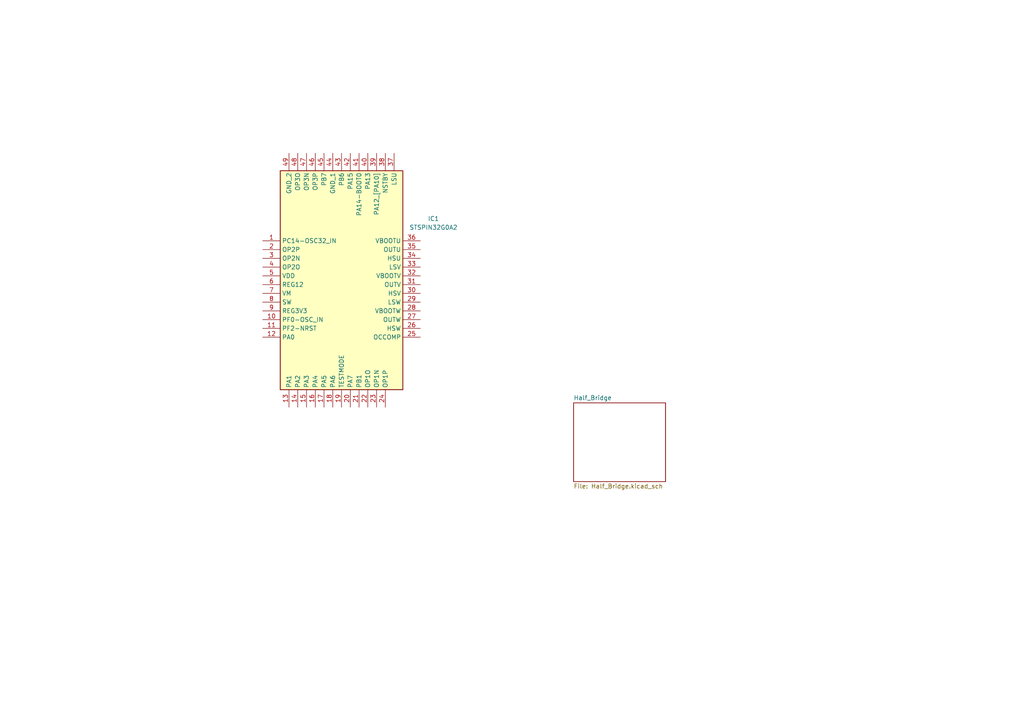
<source format=kicad_sch>
(kicad_sch (version 20250114) (generator "eeschema") (generator_version "9.0")
  (paper "A4")
  (lib_symbols
    (symbol "SamacSys_Parts:STSPIN32G0A2"
      (property "Reference" "IC" (at 41.91 25.4 0))
      (property "Value" "STSPIN32G0A2" (at 41.91 22.86 0))
      (symbol "STSPIN32G0A2_1_1"
        (rectangle (start 5.08 20.32) (end 40.64 -43.18) (stroke (width 0.254)) (fill (type background)))
        (pin passive line (at 0 0 0) (length 5.08) (name "PC14-OSC32_IN") (number "1"))
        (pin passive line (at 0 -2.54 0) (length 5.08) (name "OP2P") (number "2"))
        (pin passive line (at 0 -5.08 0) (length 5.08) (name "OP2N") (number "3"))
        (pin passive line (at 0 -7.62 0) (length 5.08) (name "OP2O") (number "4"))
        (pin passive line (at 0 -10.16 0) (length 5.08) (name "VDD") (number "5"))
        (pin passive line (at 0 -12.7 0) (length 5.08) (name "REG12") (number "6"))
        (pin passive line (at 0 -15.24 0) (length 5.08) (name "VM") (number "7"))
        (pin passive line (at 0 -17.78 0) (length 5.08) (name "SW") (number "8"))
        (pin passive line (at 0 -20.32 0) (length 5.08) (name "REG3V3") (number "9"))
        (pin passive line (at 0 -22.86 0) (length 5.08) (name "PF0-OSC_IN") (number "10"))
        (pin passive line (at 0 -25.4 0) (length 5.08) (name "PF2-NRST") (number "11"))
        (pin passive line (at 0 -27.94 0) (length 5.08) (name "PA0") (number "12"))
        (pin passive line (at 7.62 25.4 270) (length 5.08) (name "GND_2") (number "49"))
        (pin passive line (at 7.62 -48.26 90) (length 5.08) (name "PA1") (number "13"))
        (pin passive line (at 10.16 25.4 270) (length 5.08) (name "OP3O") (number "48"))
        (pin passive line (at 10.16 -48.26 90) (length 5.08) (name "PA2") (number "14"))
        (pin passive line (at 12.7 25.4 270) (length 5.08) (name "OP3N") (number "47"))
        (pin passive line (at 12.7 -48.26 90) (length 5.08) (name "PA3") (number "15"))
        (pin passive line (at 15.24 25.4 270) (length 5.08) (name "OP3P") (number "46"))
        (pin passive line (at 15.24 -48.26 90) (length 5.08) (name "PA4") (number "16"))
        (pin passive line (at 17.78 25.4 270) (length 5.08) (name "PB7") (number "45"))
        (pin passive line (at 17.78 -48.26 90) (length 5.08) (name "PA5") (number "17"))
        (pin passive line (at 20.32 25.4 270) (length 5.08) (name "GND_1") (number "44"))
        (pin passive line (at 20.32 -48.26 90) (length 5.08) (name "PA6") (number "18"))
        (pin passive line (at 22.86 25.4 270) (length 5.08) (name "PB6") (number "43"))
        (pin passive line (at 22.86 -48.26 90) (length 5.08) (name "TESTMODE") (number "19"))
        (pin passive line (at 25.4 25.4 270) (length 5.08) (name "PA15") (number "42"))
        (pin passive line (at 25.4 -48.26 90) (length 5.08) (name "PA7") (number "20"))
        (pin passive line (at 27.94 25.4 270) (length 5.08) (name "PA14-BOOT0") (number "41"))
        (pin passive line (at 27.94 -48.26 90) (length 5.08) (name "PB1") (number "21"))
        (pin passive line (at 30.48 25.4 270) (length 5.08) (name "PA13") (number "40"))
        (pin passive line (at 30.48 -48.26 90) (length 5.08) (name "OP1O") (number "22"))
        (pin passive line (at 33.02 25.4 270) (length 5.08) (name "PA12_[PA10]") (number "39"))
        (pin passive line (at 33.02 -48.26 90) (length 5.08) (name "OP1N") (number "23"))
        (pin passive line (at 35.56 25.4 270) (length 5.08) (name "NSTBY") (number "38"))
        (pin passive line (at 35.56 -48.26 90) (length 5.08) (name "OP1P") (number "24"))
        (pin passive line (at 38.1 25.4 270) (length 5.08) (name "LSU") (number "37"))
        (pin passive line (at 45.72 0 180) (length 5.08) (name "VBOOTU") (number "36"))
        (pin passive line (at 45.72 -2.54 180) (length 5.08) (name "OUTU") (number "35"))
        (pin passive line (at 45.72 -5.08 180) (length 5.08) (name "HSU") (number "34"))
        (pin passive line (at 45.72 -7.62 180) (length 5.08) (name "LSV") (number "33"))
        (pin passive line (at 45.72 -10.16 180) (length 5.08) (name "VBOOTV") (number "32"))
        (pin passive line (at 45.72 -12.7 180) (length 5.08) (name "OUTV") (number "31"))
        (pin passive line (at 45.72 -15.24 180) (length 5.08) (name "HSV") (number "30"))
        (pin passive line (at 45.72 -17.78 180) (length 5.08) (name "LSW") (number "29"))
        (pin passive line (at 45.72 -20.32 180) (length 5.08) (name "VBOOTW") (number "28"))
        (pin passive line (at 45.72 -22.86 180) (length 5.08) (name "OUTW") (number "27"))
        (pin passive line (at 45.72 -25.4 180) (length 5.08) (name "HSW") (number "26"))
        (pin passive line (at 45.72 -27.94 180) (length 5.08) (name "OCCOMP") (number "25"))
      )
    )
  )
  (symbol (lib_id "SamacSys_Parts:STSPIN32G0A2") (at 76.2 69.85 0) (unit 1)
    (property "Reference" "IC1" (at 125.73 63.4298 0))
    (property "Value" "STSPIN32G0A2" (at 125.73 65.9698 0))
    (property "Footprint" "QFN50P700X700X105-49N-D" (effects (hide yes)))
    (property "Datasheet" "https://www.st.com/resource/en/datasheet/stspin32g0a1.pdf" (effects (hide yes)))
    (property "Description" "Advanced brushless motor controller with embedded STM32G0 MCU Operating voltage from 6.7 to 45 V temperature range: -40 to +125 C" (effects (hide yes)))
    (property "Height" "1.05" (effects (hide yes)))
    (property "Manufacturer_Name" "STMicroelectronics" (effects (hide yes)))
    (property "Manufacturer_Part_Number" "STSPIN32G0A2" (effects (hide yes)))
  )
  (sheet (at 166.37 116.84) (size 26.67 22.86) (stroke (width 0.1524))
    (property "Sheetname" "Half_Bridge" (at 166.37 116.1284 0) (effects (justify left bottom)))
    (property "Sheetfile" "Half_Bridge.kicad_sch" (at 166.37 140.2846 0) (effects (justify left top)))
  )
)
</source>
